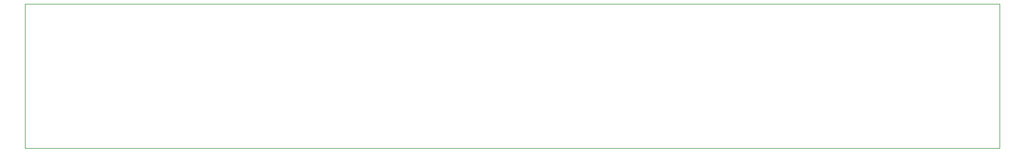
<source format=gm1>
G04 #@! TF.GenerationSoftware,KiCad,Pcbnew,(6.0.7)*
G04 #@! TF.CreationDate,2023-02-15T17:23:04-05:00*
G04 #@! TF.ProjectId,RGW LED board,52475720-4c45-4442-9062-6f6172642e6b,rev?*
G04 #@! TF.SameCoordinates,Original*
G04 #@! TF.FileFunction,Profile,NP*
%FSLAX46Y46*%
G04 Gerber Fmt 4.6, Leading zero omitted, Abs format (unit mm)*
G04 Created by KiCad (PCBNEW (6.0.7)) date 2023-02-15 17:23:04*
%MOMM*%
%LPD*%
G01*
G04 APERTURE LIST*
G04 #@! TA.AperFunction,Profile*
%ADD10C,0.100000*%
G04 #@! TD*
G04 APERTURE END LIST*
D10*
X63271400Y-26670000D02*
X211861400Y-26670000D01*
X211861400Y-26670000D02*
X211861400Y-48691800D01*
X211861400Y-48691800D02*
X63271400Y-48691800D01*
X63271400Y-48691800D02*
X63271400Y-26670000D01*
M02*

</source>
